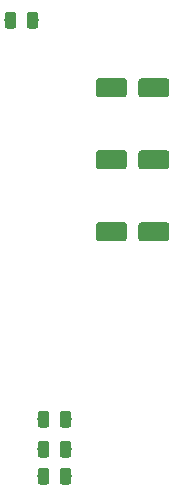
<source format=gbr>
G04 #@! TF.GenerationSoftware,KiCad,Pcbnew,5.1.4-e60b266~84~ubuntu18.04.1*
G04 #@! TF.CreationDate,2019-09-26T21:44:43+08:00*
G04 #@! TF.ProjectId,head,68656164-2e6b-4696-9361-645f70636258,rev?*
G04 #@! TF.SameCoordinates,Original*
G04 #@! TF.FileFunction,Paste,Top*
G04 #@! TF.FilePolarity,Positive*
%FSLAX46Y46*%
G04 Gerber Fmt 4.6, Leading zero omitted, Abs format (unit mm)*
G04 Created by KiCad (PCBNEW 5.1.4-e60b266~84~ubuntu18.04.1) date 2019-09-26 21:44:43*
%MOMM*%
%LPD*%
G04 APERTURE LIST*
%ADD10C,0.100000*%
%ADD11C,0.975000*%
%ADD12C,1.600000*%
G04 APERTURE END LIST*
D10*
G36*
X93818142Y-36512174D02*
G01*
X93841803Y-36515684D01*
X93865007Y-36521496D01*
X93887529Y-36529554D01*
X93909153Y-36539782D01*
X93929670Y-36552079D01*
X93948883Y-36566329D01*
X93966607Y-36582393D01*
X93982671Y-36600117D01*
X93996921Y-36619330D01*
X94009218Y-36639847D01*
X94019446Y-36661471D01*
X94027504Y-36683993D01*
X94033316Y-36707197D01*
X94036826Y-36730858D01*
X94038000Y-36754750D01*
X94038000Y-37667250D01*
X94036826Y-37691142D01*
X94033316Y-37714803D01*
X94027504Y-37738007D01*
X94019446Y-37760529D01*
X94009218Y-37782153D01*
X93996921Y-37802670D01*
X93982671Y-37821883D01*
X93966607Y-37839607D01*
X93948883Y-37855671D01*
X93929670Y-37869921D01*
X93909153Y-37882218D01*
X93887529Y-37892446D01*
X93865007Y-37900504D01*
X93841803Y-37906316D01*
X93818142Y-37909826D01*
X93794250Y-37911000D01*
X93306750Y-37911000D01*
X93282858Y-37909826D01*
X93259197Y-37906316D01*
X93235993Y-37900504D01*
X93213471Y-37892446D01*
X93191847Y-37882218D01*
X93171330Y-37869921D01*
X93152117Y-37855671D01*
X93134393Y-37839607D01*
X93118329Y-37821883D01*
X93104079Y-37802670D01*
X93091782Y-37782153D01*
X93081554Y-37760529D01*
X93073496Y-37738007D01*
X93067684Y-37714803D01*
X93064174Y-37691142D01*
X93063000Y-37667250D01*
X93063000Y-36754750D01*
X93064174Y-36730858D01*
X93067684Y-36707197D01*
X93073496Y-36683993D01*
X93081554Y-36661471D01*
X93091782Y-36639847D01*
X93104079Y-36619330D01*
X93118329Y-36600117D01*
X93134393Y-36582393D01*
X93152117Y-36566329D01*
X93171330Y-36552079D01*
X93191847Y-36539782D01*
X93213471Y-36529554D01*
X93235993Y-36521496D01*
X93259197Y-36515684D01*
X93282858Y-36512174D01*
X93306750Y-36511000D01*
X93794250Y-36511000D01*
X93818142Y-36512174D01*
X93818142Y-36512174D01*
G37*
D11*
X93550500Y-37211000D03*
D10*
G36*
X95693142Y-36512174D02*
G01*
X95716803Y-36515684D01*
X95740007Y-36521496D01*
X95762529Y-36529554D01*
X95784153Y-36539782D01*
X95804670Y-36552079D01*
X95823883Y-36566329D01*
X95841607Y-36582393D01*
X95857671Y-36600117D01*
X95871921Y-36619330D01*
X95884218Y-36639847D01*
X95894446Y-36661471D01*
X95902504Y-36683993D01*
X95908316Y-36707197D01*
X95911826Y-36730858D01*
X95913000Y-36754750D01*
X95913000Y-37667250D01*
X95911826Y-37691142D01*
X95908316Y-37714803D01*
X95902504Y-37738007D01*
X95894446Y-37760529D01*
X95884218Y-37782153D01*
X95871921Y-37802670D01*
X95857671Y-37821883D01*
X95841607Y-37839607D01*
X95823883Y-37855671D01*
X95804670Y-37869921D01*
X95784153Y-37882218D01*
X95762529Y-37892446D01*
X95740007Y-37900504D01*
X95716803Y-37906316D01*
X95693142Y-37909826D01*
X95669250Y-37911000D01*
X95181750Y-37911000D01*
X95157858Y-37909826D01*
X95134197Y-37906316D01*
X95110993Y-37900504D01*
X95088471Y-37892446D01*
X95066847Y-37882218D01*
X95046330Y-37869921D01*
X95027117Y-37855671D01*
X95009393Y-37839607D01*
X94993329Y-37821883D01*
X94979079Y-37802670D01*
X94966782Y-37782153D01*
X94956554Y-37760529D01*
X94948496Y-37738007D01*
X94942684Y-37714803D01*
X94939174Y-37691142D01*
X94938000Y-37667250D01*
X94938000Y-36754750D01*
X94939174Y-36730858D01*
X94942684Y-36707197D01*
X94948496Y-36683993D01*
X94956554Y-36661471D01*
X94966782Y-36639847D01*
X94979079Y-36619330D01*
X94993329Y-36600117D01*
X95009393Y-36582393D01*
X95027117Y-36566329D01*
X95046330Y-36552079D01*
X95066847Y-36539782D01*
X95088471Y-36529554D01*
X95110993Y-36521496D01*
X95134197Y-36515684D01*
X95157858Y-36512174D01*
X95181750Y-36511000D01*
X95669250Y-36511000D01*
X95693142Y-36512174D01*
X95693142Y-36512174D01*
G37*
D11*
X95425500Y-37211000D03*
D10*
G36*
X98487142Y-75120174D02*
G01*
X98510803Y-75123684D01*
X98534007Y-75129496D01*
X98556529Y-75137554D01*
X98578153Y-75147782D01*
X98598670Y-75160079D01*
X98617883Y-75174329D01*
X98635607Y-75190393D01*
X98651671Y-75208117D01*
X98665921Y-75227330D01*
X98678218Y-75247847D01*
X98688446Y-75269471D01*
X98696504Y-75291993D01*
X98702316Y-75315197D01*
X98705826Y-75338858D01*
X98707000Y-75362750D01*
X98707000Y-76275250D01*
X98705826Y-76299142D01*
X98702316Y-76322803D01*
X98696504Y-76346007D01*
X98688446Y-76368529D01*
X98678218Y-76390153D01*
X98665921Y-76410670D01*
X98651671Y-76429883D01*
X98635607Y-76447607D01*
X98617883Y-76463671D01*
X98598670Y-76477921D01*
X98578153Y-76490218D01*
X98556529Y-76500446D01*
X98534007Y-76508504D01*
X98510803Y-76514316D01*
X98487142Y-76517826D01*
X98463250Y-76519000D01*
X97975750Y-76519000D01*
X97951858Y-76517826D01*
X97928197Y-76514316D01*
X97904993Y-76508504D01*
X97882471Y-76500446D01*
X97860847Y-76490218D01*
X97840330Y-76477921D01*
X97821117Y-76463671D01*
X97803393Y-76447607D01*
X97787329Y-76429883D01*
X97773079Y-76410670D01*
X97760782Y-76390153D01*
X97750554Y-76368529D01*
X97742496Y-76346007D01*
X97736684Y-76322803D01*
X97733174Y-76299142D01*
X97732000Y-76275250D01*
X97732000Y-75362750D01*
X97733174Y-75338858D01*
X97736684Y-75315197D01*
X97742496Y-75291993D01*
X97750554Y-75269471D01*
X97760782Y-75247847D01*
X97773079Y-75227330D01*
X97787329Y-75208117D01*
X97803393Y-75190393D01*
X97821117Y-75174329D01*
X97840330Y-75160079D01*
X97860847Y-75147782D01*
X97882471Y-75137554D01*
X97904993Y-75129496D01*
X97928197Y-75123684D01*
X97951858Y-75120174D01*
X97975750Y-75119000D01*
X98463250Y-75119000D01*
X98487142Y-75120174D01*
X98487142Y-75120174D01*
G37*
D11*
X98219500Y-75819000D03*
D10*
G36*
X96612142Y-75120174D02*
G01*
X96635803Y-75123684D01*
X96659007Y-75129496D01*
X96681529Y-75137554D01*
X96703153Y-75147782D01*
X96723670Y-75160079D01*
X96742883Y-75174329D01*
X96760607Y-75190393D01*
X96776671Y-75208117D01*
X96790921Y-75227330D01*
X96803218Y-75247847D01*
X96813446Y-75269471D01*
X96821504Y-75291993D01*
X96827316Y-75315197D01*
X96830826Y-75338858D01*
X96832000Y-75362750D01*
X96832000Y-76275250D01*
X96830826Y-76299142D01*
X96827316Y-76322803D01*
X96821504Y-76346007D01*
X96813446Y-76368529D01*
X96803218Y-76390153D01*
X96790921Y-76410670D01*
X96776671Y-76429883D01*
X96760607Y-76447607D01*
X96742883Y-76463671D01*
X96723670Y-76477921D01*
X96703153Y-76490218D01*
X96681529Y-76500446D01*
X96659007Y-76508504D01*
X96635803Y-76514316D01*
X96612142Y-76517826D01*
X96588250Y-76519000D01*
X96100750Y-76519000D01*
X96076858Y-76517826D01*
X96053197Y-76514316D01*
X96029993Y-76508504D01*
X96007471Y-76500446D01*
X95985847Y-76490218D01*
X95965330Y-76477921D01*
X95946117Y-76463671D01*
X95928393Y-76447607D01*
X95912329Y-76429883D01*
X95898079Y-76410670D01*
X95885782Y-76390153D01*
X95875554Y-76368529D01*
X95867496Y-76346007D01*
X95861684Y-76322803D01*
X95858174Y-76299142D01*
X95857000Y-76275250D01*
X95857000Y-75362750D01*
X95858174Y-75338858D01*
X95861684Y-75315197D01*
X95867496Y-75291993D01*
X95875554Y-75269471D01*
X95885782Y-75247847D01*
X95898079Y-75227330D01*
X95912329Y-75208117D01*
X95928393Y-75190393D01*
X95946117Y-75174329D01*
X95965330Y-75160079D01*
X95985847Y-75147782D01*
X96007471Y-75137554D01*
X96029993Y-75129496D01*
X96053197Y-75123684D01*
X96076858Y-75120174D01*
X96100750Y-75119000D01*
X96588250Y-75119000D01*
X96612142Y-75120174D01*
X96612142Y-75120174D01*
G37*
D11*
X96344500Y-75819000D03*
D10*
G36*
X98487142Y-72834174D02*
G01*
X98510803Y-72837684D01*
X98534007Y-72843496D01*
X98556529Y-72851554D01*
X98578153Y-72861782D01*
X98598670Y-72874079D01*
X98617883Y-72888329D01*
X98635607Y-72904393D01*
X98651671Y-72922117D01*
X98665921Y-72941330D01*
X98678218Y-72961847D01*
X98688446Y-72983471D01*
X98696504Y-73005993D01*
X98702316Y-73029197D01*
X98705826Y-73052858D01*
X98707000Y-73076750D01*
X98707000Y-73989250D01*
X98705826Y-74013142D01*
X98702316Y-74036803D01*
X98696504Y-74060007D01*
X98688446Y-74082529D01*
X98678218Y-74104153D01*
X98665921Y-74124670D01*
X98651671Y-74143883D01*
X98635607Y-74161607D01*
X98617883Y-74177671D01*
X98598670Y-74191921D01*
X98578153Y-74204218D01*
X98556529Y-74214446D01*
X98534007Y-74222504D01*
X98510803Y-74228316D01*
X98487142Y-74231826D01*
X98463250Y-74233000D01*
X97975750Y-74233000D01*
X97951858Y-74231826D01*
X97928197Y-74228316D01*
X97904993Y-74222504D01*
X97882471Y-74214446D01*
X97860847Y-74204218D01*
X97840330Y-74191921D01*
X97821117Y-74177671D01*
X97803393Y-74161607D01*
X97787329Y-74143883D01*
X97773079Y-74124670D01*
X97760782Y-74104153D01*
X97750554Y-74082529D01*
X97742496Y-74060007D01*
X97736684Y-74036803D01*
X97733174Y-74013142D01*
X97732000Y-73989250D01*
X97732000Y-73076750D01*
X97733174Y-73052858D01*
X97736684Y-73029197D01*
X97742496Y-73005993D01*
X97750554Y-72983471D01*
X97760782Y-72961847D01*
X97773079Y-72941330D01*
X97787329Y-72922117D01*
X97803393Y-72904393D01*
X97821117Y-72888329D01*
X97840330Y-72874079D01*
X97860847Y-72861782D01*
X97882471Y-72851554D01*
X97904993Y-72843496D01*
X97928197Y-72837684D01*
X97951858Y-72834174D01*
X97975750Y-72833000D01*
X98463250Y-72833000D01*
X98487142Y-72834174D01*
X98487142Y-72834174D01*
G37*
D11*
X98219500Y-73533000D03*
D10*
G36*
X96612142Y-72834174D02*
G01*
X96635803Y-72837684D01*
X96659007Y-72843496D01*
X96681529Y-72851554D01*
X96703153Y-72861782D01*
X96723670Y-72874079D01*
X96742883Y-72888329D01*
X96760607Y-72904393D01*
X96776671Y-72922117D01*
X96790921Y-72941330D01*
X96803218Y-72961847D01*
X96813446Y-72983471D01*
X96821504Y-73005993D01*
X96827316Y-73029197D01*
X96830826Y-73052858D01*
X96832000Y-73076750D01*
X96832000Y-73989250D01*
X96830826Y-74013142D01*
X96827316Y-74036803D01*
X96821504Y-74060007D01*
X96813446Y-74082529D01*
X96803218Y-74104153D01*
X96790921Y-74124670D01*
X96776671Y-74143883D01*
X96760607Y-74161607D01*
X96742883Y-74177671D01*
X96723670Y-74191921D01*
X96703153Y-74204218D01*
X96681529Y-74214446D01*
X96659007Y-74222504D01*
X96635803Y-74228316D01*
X96612142Y-74231826D01*
X96588250Y-74233000D01*
X96100750Y-74233000D01*
X96076858Y-74231826D01*
X96053197Y-74228316D01*
X96029993Y-74222504D01*
X96007471Y-74214446D01*
X95985847Y-74204218D01*
X95965330Y-74191921D01*
X95946117Y-74177671D01*
X95928393Y-74161607D01*
X95912329Y-74143883D01*
X95898079Y-74124670D01*
X95885782Y-74104153D01*
X95875554Y-74082529D01*
X95867496Y-74060007D01*
X95861684Y-74036803D01*
X95858174Y-74013142D01*
X95857000Y-73989250D01*
X95857000Y-73076750D01*
X95858174Y-73052858D01*
X95861684Y-73029197D01*
X95867496Y-73005993D01*
X95875554Y-72983471D01*
X95885782Y-72961847D01*
X95898079Y-72941330D01*
X95912329Y-72922117D01*
X95928393Y-72904393D01*
X95946117Y-72888329D01*
X95965330Y-72874079D01*
X95985847Y-72861782D01*
X96007471Y-72851554D01*
X96029993Y-72843496D01*
X96053197Y-72837684D01*
X96076858Y-72834174D01*
X96100750Y-72833000D01*
X96588250Y-72833000D01*
X96612142Y-72834174D01*
X96612142Y-72834174D01*
G37*
D11*
X96344500Y-73533000D03*
D10*
G36*
X98487142Y-70294174D02*
G01*
X98510803Y-70297684D01*
X98534007Y-70303496D01*
X98556529Y-70311554D01*
X98578153Y-70321782D01*
X98598670Y-70334079D01*
X98617883Y-70348329D01*
X98635607Y-70364393D01*
X98651671Y-70382117D01*
X98665921Y-70401330D01*
X98678218Y-70421847D01*
X98688446Y-70443471D01*
X98696504Y-70465993D01*
X98702316Y-70489197D01*
X98705826Y-70512858D01*
X98707000Y-70536750D01*
X98707000Y-71449250D01*
X98705826Y-71473142D01*
X98702316Y-71496803D01*
X98696504Y-71520007D01*
X98688446Y-71542529D01*
X98678218Y-71564153D01*
X98665921Y-71584670D01*
X98651671Y-71603883D01*
X98635607Y-71621607D01*
X98617883Y-71637671D01*
X98598670Y-71651921D01*
X98578153Y-71664218D01*
X98556529Y-71674446D01*
X98534007Y-71682504D01*
X98510803Y-71688316D01*
X98487142Y-71691826D01*
X98463250Y-71693000D01*
X97975750Y-71693000D01*
X97951858Y-71691826D01*
X97928197Y-71688316D01*
X97904993Y-71682504D01*
X97882471Y-71674446D01*
X97860847Y-71664218D01*
X97840330Y-71651921D01*
X97821117Y-71637671D01*
X97803393Y-71621607D01*
X97787329Y-71603883D01*
X97773079Y-71584670D01*
X97760782Y-71564153D01*
X97750554Y-71542529D01*
X97742496Y-71520007D01*
X97736684Y-71496803D01*
X97733174Y-71473142D01*
X97732000Y-71449250D01*
X97732000Y-70536750D01*
X97733174Y-70512858D01*
X97736684Y-70489197D01*
X97742496Y-70465993D01*
X97750554Y-70443471D01*
X97760782Y-70421847D01*
X97773079Y-70401330D01*
X97787329Y-70382117D01*
X97803393Y-70364393D01*
X97821117Y-70348329D01*
X97840330Y-70334079D01*
X97860847Y-70321782D01*
X97882471Y-70311554D01*
X97904993Y-70303496D01*
X97928197Y-70297684D01*
X97951858Y-70294174D01*
X97975750Y-70293000D01*
X98463250Y-70293000D01*
X98487142Y-70294174D01*
X98487142Y-70294174D01*
G37*
D11*
X98219500Y-70993000D03*
D10*
G36*
X96612142Y-70294174D02*
G01*
X96635803Y-70297684D01*
X96659007Y-70303496D01*
X96681529Y-70311554D01*
X96703153Y-70321782D01*
X96723670Y-70334079D01*
X96742883Y-70348329D01*
X96760607Y-70364393D01*
X96776671Y-70382117D01*
X96790921Y-70401330D01*
X96803218Y-70421847D01*
X96813446Y-70443471D01*
X96821504Y-70465993D01*
X96827316Y-70489197D01*
X96830826Y-70512858D01*
X96832000Y-70536750D01*
X96832000Y-71449250D01*
X96830826Y-71473142D01*
X96827316Y-71496803D01*
X96821504Y-71520007D01*
X96813446Y-71542529D01*
X96803218Y-71564153D01*
X96790921Y-71584670D01*
X96776671Y-71603883D01*
X96760607Y-71621607D01*
X96742883Y-71637671D01*
X96723670Y-71651921D01*
X96703153Y-71664218D01*
X96681529Y-71674446D01*
X96659007Y-71682504D01*
X96635803Y-71688316D01*
X96612142Y-71691826D01*
X96588250Y-71693000D01*
X96100750Y-71693000D01*
X96076858Y-71691826D01*
X96053197Y-71688316D01*
X96029993Y-71682504D01*
X96007471Y-71674446D01*
X95985847Y-71664218D01*
X95965330Y-71651921D01*
X95946117Y-71637671D01*
X95928393Y-71621607D01*
X95912329Y-71603883D01*
X95898079Y-71584670D01*
X95885782Y-71564153D01*
X95875554Y-71542529D01*
X95867496Y-71520007D01*
X95861684Y-71496803D01*
X95858174Y-71473142D01*
X95857000Y-71449250D01*
X95857000Y-70536750D01*
X95858174Y-70512858D01*
X95861684Y-70489197D01*
X95867496Y-70465993D01*
X95875554Y-70443471D01*
X95885782Y-70421847D01*
X95898079Y-70401330D01*
X95912329Y-70382117D01*
X95928393Y-70364393D01*
X95946117Y-70348329D01*
X95965330Y-70334079D01*
X95985847Y-70321782D01*
X96007471Y-70311554D01*
X96029993Y-70303496D01*
X96053197Y-70297684D01*
X96076858Y-70294174D01*
X96100750Y-70293000D01*
X96588250Y-70293000D01*
X96612142Y-70294174D01*
X96612142Y-70294174D01*
G37*
D11*
X96344500Y-70993000D03*
D10*
G36*
X106760504Y-42127204D02*
G01*
X106784773Y-42130804D01*
X106808571Y-42136765D01*
X106831671Y-42145030D01*
X106853849Y-42155520D01*
X106874893Y-42168133D01*
X106894598Y-42182747D01*
X106912777Y-42199223D01*
X106929253Y-42217402D01*
X106943867Y-42237107D01*
X106956480Y-42258151D01*
X106966970Y-42280329D01*
X106975235Y-42303429D01*
X106981196Y-42327227D01*
X106984796Y-42351496D01*
X106986000Y-42376000D01*
X106986000Y-43476000D01*
X106984796Y-43500504D01*
X106981196Y-43524773D01*
X106975235Y-43548571D01*
X106966970Y-43571671D01*
X106956480Y-43593849D01*
X106943867Y-43614893D01*
X106929253Y-43634598D01*
X106912777Y-43652777D01*
X106894598Y-43669253D01*
X106874893Y-43683867D01*
X106853849Y-43696480D01*
X106831671Y-43706970D01*
X106808571Y-43715235D01*
X106784773Y-43721196D01*
X106760504Y-43724796D01*
X106736000Y-43726000D01*
X104636000Y-43726000D01*
X104611496Y-43724796D01*
X104587227Y-43721196D01*
X104563429Y-43715235D01*
X104540329Y-43706970D01*
X104518151Y-43696480D01*
X104497107Y-43683867D01*
X104477402Y-43669253D01*
X104459223Y-43652777D01*
X104442747Y-43634598D01*
X104428133Y-43614893D01*
X104415520Y-43593849D01*
X104405030Y-43571671D01*
X104396765Y-43548571D01*
X104390804Y-43524773D01*
X104387204Y-43500504D01*
X104386000Y-43476000D01*
X104386000Y-42376000D01*
X104387204Y-42351496D01*
X104390804Y-42327227D01*
X104396765Y-42303429D01*
X104405030Y-42280329D01*
X104415520Y-42258151D01*
X104428133Y-42237107D01*
X104442747Y-42217402D01*
X104459223Y-42199223D01*
X104477402Y-42182747D01*
X104497107Y-42168133D01*
X104518151Y-42155520D01*
X104540329Y-42145030D01*
X104563429Y-42136765D01*
X104587227Y-42130804D01*
X104611496Y-42127204D01*
X104636000Y-42126000D01*
X106736000Y-42126000D01*
X106760504Y-42127204D01*
X106760504Y-42127204D01*
G37*
D12*
X105686000Y-42926000D03*
D10*
G36*
X103160504Y-42127204D02*
G01*
X103184773Y-42130804D01*
X103208571Y-42136765D01*
X103231671Y-42145030D01*
X103253849Y-42155520D01*
X103274893Y-42168133D01*
X103294598Y-42182747D01*
X103312777Y-42199223D01*
X103329253Y-42217402D01*
X103343867Y-42237107D01*
X103356480Y-42258151D01*
X103366970Y-42280329D01*
X103375235Y-42303429D01*
X103381196Y-42327227D01*
X103384796Y-42351496D01*
X103386000Y-42376000D01*
X103386000Y-43476000D01*
X103384796Y-43500504D01*
X103381196Y-43524773D01*
X103375235Y-43548571D01*
X103366970Y-43571671D01*
X103356480Y-43593849D01*
X103343867Y-43614893D01*
X103329253Y-43634598D01*
X103312777Y-43652777D01*
X103294598Y-43669253D01*
X103274893Y-43683867D01*
X103253849Y-43696480D01*
X103231671Y-43706970D01*
X103208571Y-43715235D01*
X103184773Y-43721196D01*
X103160504Y-43724796D01*
X103136000Y-43726000D01*
X101036000Y-43726000D01*
X101011496Y-43724796D01*
X100987227Y-43721196D01*
X100963429Y-43715235D01*
X100940329Y-43706970D01*
X100918151Y-43696480D01*
X100897107Y-43683867D01*
X100877402Y-43669253D01*
X100859223Y-43652777D01*
X100842747Y-43634598D01*
X100828133Y-43614893D01*
X100815520Y-43593849D01*
X100805030Y-43571671D01*
X100796765Y-43548571D01*
X100790804Y-43524773D01*
X100787204Y-43500504D01*
X100786000Y-43476000D01*
X100786000Y-42376000D01*
X100787204Y-42351496D01*
X100790804Y-42327227D01*
X100796765Y-42303429D01*
X100805030Y-42280329D01*
X100815520Y-42258151D01*
X100828133Y-42237107D01*
X100842747Y-42217402D01*
X100859223Y-42199223D01*
X100877402Y-42182747D01*
X100897107Y-42168133D01*
X100918151Y-42155520D01*
X100940329Y-42145030D01*
X100963429Y-42136765D01*
X100987227Y-42130804D01*
X101011496Y-42127204D01*
X101036000Y-42126000D01*
X103136000Y-42126000D01*
X103160504Y-42127204D01*
X103160504Y-42127204D01*
G37*
D12*
X102086000Y-42926000D03*
D10*
G36*
X106760504Y-54319204D02*
G01*
X106784773Y-54322804D01*
X106808571Y-54328765D01*
X106831671Y-54337030D01*
X106853849Y-54347520D01*
X106874893Y-54360133D01*
X106894598Y-54374747D01*
X106912777Y-54391223D01*
X106929253Y-54409402D01*
X106943867Y-54429107D01*
X106956480Y-54450151D01*
X106966970Y-54472329D01*
X106975235Y-54495429D01*
X106981196Y-54519227D01*
X106984796Y-54543496D01*
X106986000Y-54568000D01*
X106986000Y-55668000D01*
X106984796Y-55692504D01*
X106981196Y-55716773D01*
X106975235Y-55740571D01*
X106966970Y-55763671D01*
X106956480Y-55785849D01*
X106943867Y-55806893D01*
X106929253Y-55826598D01*
X106912777Y-55844777D01*
X106894598Y-55861253D01*
X106874893Y-55875867D01*
X106853849Y-55888480D01*
X106831671Y-55898970D01*
X106808571Y-55907235D01*
X106784773Y-55913196D01*
X106760504Y-55916796D01*
X106736000Y-55918000D01*
X104636000Y-55918000D01*
X104611496Y-55916796D01*
X104587227Y-55913196D01*
X104563429Y-55907235D01*
X104540329Y-55898970D01*
X104518151Y-55888480D01*
X104497107Y-55875867D01*
X104477402Y-55861253D01*
X104459223Y-55844777D01*
X104442747Y-55826598D01*
X104428133Y-55806893D01*
X104415520Y-55785849D01*
X104405030Y-55763671D01*
X104396765Y-55740571D01*
X104390804Y-55716773D01*
X104387204Y-55692504D01*
X104386000Y-55668000D01*
X104386000Y-54568000D01*
X104387204Y-54543496D01*
X104390804Y-54519227D01*
X104396765Y-54495429D01*
X104405030Y-54472329D01*
X104415520Y-54450151D01*
X104428133Y-54429107D01*
X104442747Y-54409402D01*
X104459223Y-54391223D01*
X104477402Y-54374747D01*
X104497107Y-54360133D01*
X104518151Y-54347520D01*
X104540329Y-54337030D01*
X104563429Y-54328765D01*
X104587227Y-54322804D01*
X104611496Y-54319204D01*
X104636000Y-54318000D01*
X106736000Y-54318000D01*
X106760504Y-54319204D01*
X106760504Y-54319204D01*
G37*
D12*
X105686000Y-55118000D03*
D10*
G36*
X103160504Y-54319204D02*
G01*
X103184773Y-54322804D01*
X103208571Y-54328765D01*
X103231671Y-54337030D01*
X103253849Y-54347520D01*
X103274893Y-54360133D01*
X103294598Y-54374747D01*
X103312777Y-54391223D01*
X103329253Y-54409402D01*
X103343867Y-54429107D01*
X103356480Y-54450151D01*
X103366970Y-54472329D01*
X103375235Y-54495429D01*
X103381196Y-54519227D01*
X103384796Y-54543496D01*
X103386000Y-54568000D01*
X103386000Y-55668000D01*
X103384796Y-55692504D01*
X103381196Y-55716773D01*
X103375235Y-55740571D01*
X103366970Y-55763671D01*
X103356480Y-55785849D01*
X103343867Y-55806893D01*
X103329253Y-55826598D01*
X103312777Y-55844777D01*
X103294598Y-55861253D01*
X103274893Y-55875867D01*
X103253849Y-55888480D01*
X103231671Y-55898970D01*
X103208571Y-55907235D01*
X103184773Y-55913196D01*
X103160504Y-55916796D01*
X103136000Y-55918000D01*
X101036000Y-55918000D01*
X101011496Y-55916796D01*
X100987227Y-55913196D01*
X100963429Y-55907235D01*
X100940329Y-55898970D01*
X100918151Y-55888480D01*
X100897107Y-55875867D01*
X100877402Y-55861253D01*
X100859223Y-55844777D01*
X100842747Y-55826598D01*
X100828133Y-55806893D01*
X100815520Y-55785849D01*
X100805030Y-55763671D01*
X100796765Y-55740571D01*
X100790804Y-55716773D01*
X100787204Y-55692504D01*
X100786000Y-55668000D01*
X100786000Y-54568000D01*
X100787204Y-54543496D01*
X100790804Y-54519227D01*
X100796765Y-54495429D01*
X100805030Y-54472329D01*
X100815520Y-54450151D01*
X100828133Y-54429107D01*
X100842747Y-54409402D01*
X100859223Y-54391223D01*
X100877402Y-54374747D01*
X100897107Y-54360133D01*
X100918151Y-54347520D01*
X100940329Y-54337030D01*
X100963429Y-54328765D01*
X100987227Y-54322804D01*
X101011496Y-54319204D01*
X101036000Y-54318000D01*
X103136000Y-54318000D01*
X103160504Y-54319204D01*
X103160504Y-54319204D01*
G37*
D12*
X102086000Y-55118000D03*
D10*
G36*
X106760504Y-48223204D02*
G01*
X106784773Y-48226804D01*
X106808571Y-48232765D01*
X106831671Y-48241030D01*
X106853849Y-48251520D01*
X106874893Y-48264133D01*
X106894598Y-48278747D01*
X106912777Y-48295223D01*
X106929253Y-48313402D01*
X106943867Y-48333107D01*
X106956480Y-48354151D01*
X106966970Y-48376329D01*
X106975235Y-48399429D01*
X106981196Y-48423227D01*
X106984796Y-48447496D01*
X106986000Y-48472000D01*
X106986000Y-49572000D01*
X106984796Y-49596504D01*
X106981196Y-49620773D01*
X106975235Y-49644571D01*
X106966970Y-49667671D01*
X106956480Y-49689849D01*
X106943867Y-49710893D01*
X106929253Y-49730598D01*
X106912777Y-49748777D01*
X106894598Y-49765253D01*
X106874893Y-49779867D01*
X106853849Y-49792480D01*
X106831671Y-49802970D01*
X106808571Y-49811235D01*
X106784773Y-49817196D01*
X106760504Y-49820796D01*
X106736000Y-49822000D01*
X104636000Y-49822000D01*
X104611496Y-49820796D01*
X104587227Y-49817196D01*
X104563429Y-49811235D01*
X104540329Y-49802970D01*
X104518151Y-49792480D01*
X104497107Y-49779867D01*
X104477402Y-49765253D01*
X104459223Y-49748777D01*
X104442747Y-49730598D01*
X104428133Y-49710893D01*
X104415520Y-49689849D01*
X104405030Y-49667671D01*
X104396765Y-49644571D01*
X104390804Y-49620773D01*
X104387204Y-49596504D01*
X104386000Y-49572000D01*
X104386000Y-48472000D01*
X104387204Y-48447496D01*
X104390804Y-48423227D01*
X104396765Y-48399429D01*
X104405030Y-48376329D01*
X104415520Y-48354151D01*
X104428133Y-48333107D01*
X104442747Y-48313402D01*
X104459223Y-48295223D01*
X104477402Y-48278747D01*
X104497107Y-48264133D01*
X104518151Y-48251520D01*
X104540329Y-48241030D01*
X104563429Y-48232765D01*
X104587227Y-48226804D01*
X104611496Y-48223204D01*
X104636000Y-48222000D01*
X106736000Y-48222000D01*
X106760504Y-48223204D01*
X106760504Y-48223204D01*
G37*
D12*
X105686000Y-49022000D03*
D10*
G36*
X103160504Y-48223204D02*
G01*
X103184773Y-48226804D01*
X103208571Y-48232765D01*
X103231671Y-48241030D01*
X103253849Y-48251520D01*
X103274893Y-48264133D01*
X103294598Y-48278747D01*
X103312777Y-48295223D01*
X103329253Y-48313402D01*
X103343867Y-48333107D01*
X103356480Y-48354151D01*
X103366970Y-48376329D01*
X103375235Y-48399429D01*
X103381196Y-48423227D01*
X103384796Y-48447496D01*
X103386000Y-48472000D01*
X103386000Y-49572000D01*
X103384796Y-49596504D01*
X103381196Y-49620773D01*
X103375235Y-49644571D01*
X103366970Y-49667671D01*
X103356480Y-49689849D01*
X103343867Y-49710893D01*
X103329253Y-49730598D01*
X103312777Y-49748777D01*
X103294598Y-49765253D01*
X103274893Y-49779867D01*
X103253849Y-49792480D01*
X103231671Y-49802970D01*
X103208571Y-49811235D01*
X103184773Y-49817196D01*
X103160504Y-49820796D01*
X103136000Y-49822000D01*
X101036000Y-49822000D01*
X101011496Y-49820796D01*
X100987227Y-49817196D01*
X100963429Y-49811235D01*
X100940329Y-49802970D01*
X100918151Y-49792480D01*
X100897107Y-49779867D01*
X100877402Y-49765253D01*
X100859223Y-49748777D01*
X100842747Y-49730598D01*
X100828133Y-49710893D01*
X100815520Y-49689849D01*
X100805030Y-49667671D01*
X100796765Y-49644571D01*
X100790804Y-49620773D01*
X100787204Y-49596504D01*
X100786000Y-49572000D01*
X100786000Y-48472000D01*
X100787204Y-48447496D01*
X100790804Y-48423227D01*
X100796765Y-48399429D01*
X100805030Y-48376329D01*
X100815520Y-48354151D01*
X100828133Y-48333107D01*
X100842747Y-48313402D01*
X100859223Y-48295223D01*
X100877402Y-48278747D01*
X100897107Y-48264133D01*
X100918151Y-48251520D01*
X100940329Y-48241030D01*
X100963429Y-48232765D01*
X100987227Y-48226804D01*
X101011496Y-48223204D01*
X101036000Y-48222000D01*
X103136000Y-48222000D01*
X103160504Y-48223204D01*
X103160504Y-48223204D01*
G37*
D12*
X102086000Y-49022000D03*
M02*

</source>
